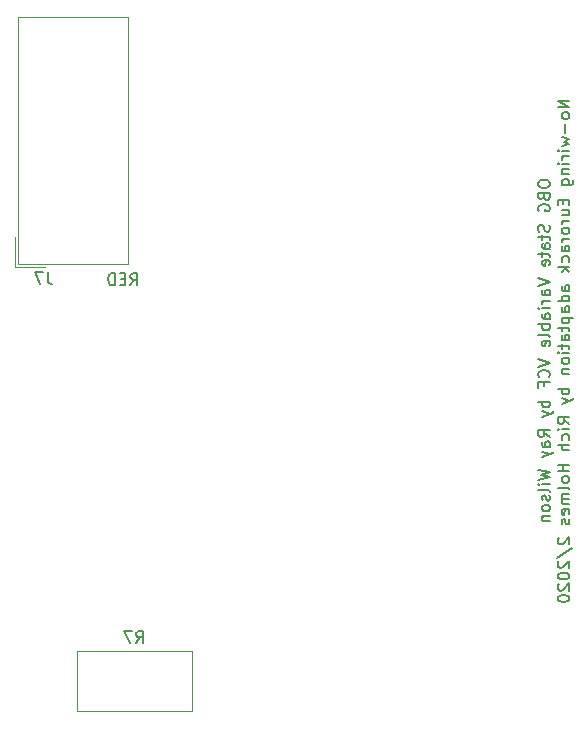
<source format=gbr>
G04 #@! TF.GenerationSoftware,KiCad,Pcbnew,5.1.5-52549c5~84~ubuntu18.04.1*
G04 #@! TF.CreationDate,2020-03-18T19:12:43-04:00*
G04 #@! TF.ProjectId,OBG-SVF-mainpcb,4f42472d-5356-4462-9d6d-61696e706362,rev?*
G04 #@! TF.SameCoordinates,Original*
G04 #@! TF.FileFunction,Legend,Bot*
G04 #@! TF.FilePolarity,Positive*
%FSLAX46Y46*%
G04 Gerber Fmt 4.6, Leading zero omitted, Abs format (unit mm)*
G04 Created by KiCad (PCBNEW 5.1.5-52549c5~84~ubuntu18.04.1) date 2020-03-18 19:12:43*
%MOMM*%
%LPD*%
G04 APERTURE LIST*
%ADD10C,0.150000*%
%ADD11C,0.120000*%
G04 APERTURE END LIST*
D10*
X162457380Y-56881904D02*
X162457380Y-57072380D01*
X162505000Y-57167619D01*
X162600238Y-57262857D01*
X162790714Y-57310476D01*
X163124047Y-57310476D01*
X163314523Y-57262857D01*
X163409761Y-57167619D01*
X163457380Y-57072380D01*
X163457380Y-56881904D01*
X163409761Y-56786666D01*
X163314523Y-56691428D01*
X163124047Y-56643809D01*
X162790714Y-56643809D01*
X162600238Y-56691428D01*
X162505000Y-56786666D01*
X162457380Y-56881904D01*
X162933571Y-58072380D02*
X162981190Y-58215238D01*
X163028809Y-58262857D01*
X163124047Y-58310476D01*
X163266904Y-58310476D01*
X163362142Y-58262857D01*
X163409761Y-58215238D01*
X163457380Y-58120000D01*
X163457380Y-57739047D01*
X162457380Y-57739047D01*
X162457380Y-58072380D01*
X162505000Y-58167619D01*
X162552619Y-58215238D01*
X162647857Y-58262857D01*
X162743095Y-58262857D01*
X162838333Y-58215238D01*
X162885952Y-58167619D01*
X162933571Y-58072380D01*
X162933571Y-57739047D01*
X162505000Y-59262857D02*
X162457380Y-59167619D01*
X162457380Y-59024761D01*
X162505000Y-58881904D01*
X162600238Y-58786666D01*
X162695476Y-58739047D01*
X162885952Y-58691428D01*
X163028809Y-58691428D01*
X163219285Y-58739047D01*
X163314523Y-58786666D01*
X163409761Y-58881904D01*
X163457380Y-59024761D01*
X163457380Y-59120000D01*
X163409761Y-59262857D01*
X163362142Y-59310476D01*
X163028809Y-59310476D01*
X163028809Y-59120000D01*
X163409761Y-60453333D02*
X163457380Y-60596190D01*
X163457380Y-60834285D01*
X163409761Y-60929523D01*
X163362142Y-60977142D01*
X163266904Y-61024761D01*
X163171666Y-61024761D01*
X163076428Y-60977142D01*
X163028809Y-60929523D01*
X162981190Y-60834285D01*
X162933571Y-60643809D01*
X162885952Y-60548571D01*
X162838333Y-60500952D01*
X162743095Y-60453333D01*
X162647857Y-60453333D01*
X162552619Y-60500952D01*
X162505000Y-60548571D01*
X162457380Y-60643809D01*
X162457380Y-60881904D01*
X162505000Y-61024761D01*
X162790714Y-61310476D02*
X162790714Y-61691428D01*
X162457380Y-61453333D02*
X163314523Y-61453333D01*
X163409761Y-61500952D01*
X163457380Y-61596190D01*
X163457380Y-61691428D01*
X163457380Y-62453333D02*
X162933571Y-62453333D01*
X162838333Y-62405714D01*
X162790714Y-62310476D01*
X162790714Y-62120000D01*
X162838333Y-62024761D01*
X163409761Y-62453333D02*
X163457380Y-62358095D01*
X163457380Y-62120000D01*
X163409761Y-62024761D01*
X163314523Y-61977142D01*
X163219285Y-61977142D01*
X163124047Y-62024761D01*
X163076428Y-62120000D01*
X163076428Y-62358095D01*
X163028809Y-62453333D01*
X162790714Y-62786666D02*
X162790714Y-63167619D01*
X162457380Y-62929523D02*
X163314523Y-62929523D01*
X163409761Y-62977142D01*
X163457380Y-63072380D01*
X163457380Y-63167619D01*
X163409761Y-63881904D02*
X163457380Y-63786666D01*
X163457380Y-63596190D01*
X163409761Y-63500952D01*
X163314523Y-63453333D01*
X162933571Y-63453333D01*
X162838333Y-63500952D01*
X162790714Y-63596190D01*
X162790714Y-63786666D01*
X162838333Y-63881904D01*
X162933571Y-63929523D01*
X163028809Y-63929523D01*
X163124047Y-63453333D01*
X162457380Y-64977142D02*
X163457380Y-65310476D01*
X162457380Y-65643809D01*
X163457380Y-66405714D02*
X162933571Y-66405714D01*
X162838333Y-66358095D01*
X162790714Y-66262857D01*
X162790714Y-66072380D01*
X162838333Y-65977142D01*
X163409761Y-66405714D02*
X163457380Y-66310476D01*
X163457380Y-66072380D01*
X163409761Y-65977142D01*
X163314523Y-65929523D01*
X163219285Y-65929523D01*
X163124047Y-65977142D01*
X163076428Y-66072380D01*
X163076428Y-66310476D01*
X163028809Y-66405714D01*
X163457380Y-66881904D02*
X162790714Y-66881904D01*
X162981190Y-66881904D02*
X162885952Y-66929523D01*
X162838333Y-66977142D01*
X162790714Y-67072380D01*
X162790714Y-67167619D01*
X163457380Y-67500952D02*
X162790714Y-67500952D01*
X162457380Y-67500952D02*
X162505000Y-67453333D01*
X162552619Y-67500952D01*
X162505000Y-67548571D01*
X162457380Y-67500952D01*
X162552619Y-67500952D01*
X163457380Y-68405714D02*
X162933571Y-68405714D01*
X162838333Y-68358095D01*
X162790714Y-68262857D01*
X162790714Y-68072380D01*
X162838333Y-67977142D01*
X163409761Y-68405714D02*
X163457380Y-68310476D01*
X163457380Y-68072380D01*
X163409761Y-67977142D01*
X163314523Y-67929523D01*
X163219285Y-67929523D01*
X163124047Y-67977142D01*
X163076428Y-68072380D01*
X163076428Y-68310476D01*
X163028809Y-68405714D01*
X163457380Y-68881904D02*
X162457380Y-68881904D01*
X162838333Y-68881904D02*
X162790714Y-68977142D01*
X162790714Y-69167619D01*
X162838333Y-69262857D01*
X162885952Y-69310476D01*
X162981190Y-69358095D01*
X163266904Y-69358095D01*
X163362142Y-69310476D01*
X163409761Y-69262857D01*
X163457380Y-69167619D01*
X163457380Y-68977142D01*
X163409761Y-68881904D01*
X163457380Y-69929523D02*
X163409761Y-69834285D01*
X163314523Y-69786666D01*
X162457380Y-69786666D01*
X163409761Y-70691428D02*
X163457380Y-70596190D01*
X163457380Y-70405714D01*
X163409761Y-70310476D01*
X163314523Y-70262857D01*
X162933571Y-70262857D01*
X162838333Y-70310476D01*
X162790714Y-70405714D01*
X162790714Y-70596190D01*
X162838333Y-70691428D01*
X162933571Y-70739047D01*
X163028809Y-70739047D01*
X163124047Y-70262857D01*
X162457380Y-71786666D02*
X163457380Y-72119999D01*
X162457380Y-72453333D01*
X163362142Y-73358095D02*
X163409761Y-73310476D01*
X163457380Y-73167619D01*
X163457380Y-73072380D01*
X163409761Y-72929523D01*
X163314523Y-72834285D01*
X163219285Y-72786666D01*
X163028809Y-72739047D01*
X162885952Y-72739047D01*
X162695476Y-72786666D01*
X162600238Y-72834285D01*
X162505000Y-72929523D01*
X162457380Y-73072380D01*
X162457380Y-73167619D01*
X162505000Y-73310476D01*
X162552619Y-73358095D01*
X162933571Y-74119999D02*
X162933571Y-73786666D01*
X163457380Y-73786666D02*
X162457380Y-73786666D01*
X162457380Y-74262857D01*
X163457380Y-75405714D02*
X162457380Y-75405714D01*
X162838333Y-75405714D02*
X162790714Y-75500952D01*
X162790714Y-75691428D01*
X162838333Y-75786666D01*
X162885952Y-75834285D01*
X162981190Y-75881904D01*
X163266904Y-75881904D01*
X163362142Y-75834285D01*
X163409761Y-75786666D01*
X163457380Y-75691428D01*
X163457380Y-75500952D01*
X163409761Y-75405714D01*
X162790714Y-76215238D02*
X163457380Y-76453333D01*
X162790714Y-76691428D02*
X163457380Y-76453333D01*
X163695476Y-76358095D01*
X163743095Y-76310476D01*
X163790714Y-76215238D01*
X163457380Y-78405714D02*
X162981190Y-78072380D01*
X163457380Y-77834285D02*
X162457380Y-77834285D01*
X162457380Y-78215238D01*
X162505000Y-78310476D01*
X162552619Y-78358095D01*
X162647857Y-78405714D01*
X162790714Y-78405714D01*
X162885952Y-78358095D01*
X162933571Y-78310476D01*
X162981190Y-78215238D01*
X162981190Y-77834285D01*
X163457380Y-79262857D02*
X162933571Y-79262857D01*
X162838333Y-79215238D01*
X162790714Y-79119999D01*
X162790714Y-78929523D01*
X162838333Y-78834285D01*
X163409761Y-79262857D02*
X163457380Y-79167619D01*
X163457380Y-78929523D01*
X163409761Y-78834285D01*
X163314523Y-78786666D01*
X163219285Y-78786666D01*
X163124047Y-78834285D01*
X163076428Y-78929523D01*
X163076428Y-79167619D01*
X163028809Y-79262857D01*
X162790714Y-79643809D02*
X163457380Y-79881904D01*
X162790714Y-80119999D02*
X163457380Y-79881904D01*
X163695476Y-79786666D01*
X163743095Y-79739047D01*
X163790714Y-79643809D01*
X162457380Y-81167619D02*
X163457380Y-81405714D01*
X162743095Y-81596190D01*
X163457380Y-81786666D01*
X162457380Y-82024761D01*
X163457380Y-82405714D02*
X162790714Y-82405714D01*
X162457380Y-82405714D02*
X162505000Y-82358095D01*
X162552619Y-82405714D01*
X162505000Y-82453333D01*
X162457380Y-82405714D01*
X162552619Y-82405714D01*
X163457380Y-83024761D02*
X163409761Y-82929523D01*
X163314523Y-82881904D01*
X162457380Y-82881904D01*
X163409761Y-83358095D02*
X163457380Y-83453333D01*
X163457380Y-83643809D01*
X163409761Y-83739047D01*
X163314523Y-83786666D01*
X163266904Y-83786666D01*
X163171666Y-83739047D01*
X163124047Y-83643809D01*
X163124047Y-83500952D01*
X163076428Y-83405714D01*
X162981190Y-83358095D01*
X162933571Y-83358095D01*
X162838333Y-83405714D01*
X162790714Y-83500952D01*
X162790714Y-83643809D01*
X162838333Y-83739047D01*
X163457380Y-84358095D02*
X163409761Y-84262857D01*
X163362142Y-84215238D01*
X163266904Y-84167619D01*
X162981190Y-84167619D01*
X162885952Y-84215238D01*
X162838333Y-84262857D01*
X162790714Y-84358095D01*
X162790714Y-84500952D01*
X162838333Y-84596190D01*
X162885952Y-84643809D01*
X162981190Y-84691428D01*
X163266904Y-84691428D01*
X163362142Y-84643809D01*
X163409761Y-84596190D01*
X163457380Y-84500952D01*
X163457380Y-84358095D01*
X162790714Y-85119999D02*
X163457380Y-85119999D01*
X162885952Y-85119999D02*
X162838333Y-85167619D01*
X162790714Y-85262857D01*
X162790714Y-85405714D01*
X162838333Y-85500952D01*
X162933571Y-85548571D01*
X163457380Y-85548571D01*
X165107380Y-49929523D02*
X164107380Y-49929523D01*
X165107380Y-50500952D01*
X164107380Y-50500952D01*
X165107380Y-51120000D02*
X165059761Y-51024761D01*
X165012142Y-50977142D01*
X164916904Y-50929523D01*
X164631190Y-50929523D01*
X164535952Y-50977142D01*
X164488333Y-51024761D01*
X164440714Y-51120000D01*
X164440714Y-51262857D01*
X164488333Y-51358095D01*
X164535952Y-51405714D01*
X164631190Y-51453333D01*
X164916904Y-51453333D01*
X165012142Y-51405714D01*
X165059761Y-51358095D01*
X165107380Y-51262857D01*
X165107380Y-51120000D01*
X164726428Y-51881904D02*
X164726428Y-52643809D01*
X164440714Y-53024761D02*
X165107380Y-53215238D01*
X164631190Y-53405714D01*
X165107380Y-53596190D01*
X164440714Y-53786666D01*
X165107380Y-54167619D02*
X164440714Y-54167619D01*
X164107380Y-54167619D02*
X164155000Y-54120000D01*
X164202619Y-54167619D01*
X164155000Y-54215238D01*
X164107380Y-54167619D01*
X164202619Y-54167619D01*
X165107380Y-54643809D02*
X164440714Y-54643809D01*
X164631190Y-54643809D02*
X164535952Y-54691428D01*
X164488333Y-54739047D01*
X164440714Y-54834285D01*
X164440714Y-54929523D01*
X165107380Y-55262857D02*
X164440714Y-55262857D01*
X164107380Y-55262857D02*
X164155000Y-55215238D01*
X164202619Y-55262857D01*
X164155000Y-55310476D01*
X164107380Y-55262857D01*
X164202619Y-55262857D01*
X164440714Y-55739047D02*
X165107380Y-55739047D01*
X164535952Y-55739047D02*
X164488333Y-55786666D01*
X164440714Y-55881904D01*
X164440714Y-56024761D01*
X164488333Y-56120000D01*
X164583571Y-56167619D01*
X165107380Y-56167619D01*
X164440714Y-57072380D02*
X165250238Y-57072380D01*
X165345476Y-57024761D01*
X165393095Y-56977142D01*
X165440714Y-56881904D01*
X165440714Y-56739047D01*
X165393095Y-56643809D01*
X165059761Y-57072380D02*
X165107380Y-56977142D01*
X165107380Y-56786666D01*
X165059761Y-56691428D01*
X165012142Y-56643809D01*
X164916904Y-56596190D01*
X164631190Y-56596190D01*
X164535952Y-56643809D01*
X164488333Y-56691428D01*
X164440714Y-56786666D01*
X164440714Y-56977142D01*
X164488333Y-57072380D01*
X164583571Y-58310476D02*
X164583571Y-58643809D01*
X165107380Y-58786666D02*
X165107380Y-58310476D01*
X164107380Y-58310476D01*
X164107380Y-58786666D01*
X164440714Y-59643809D02*
X165107380Y-59643809D01*
X164440714Y-59215238D02*
X164964523Y-59215238D01*
X165059761Y-59262857D01*
X165107380Y-59358095D01*
X165107380Y-59500952D01*
X165059761Y-59596190D01*
X165012142Y-59643809D01*
X165107380Y-60120000D02*
X164440714Y-60120000D01*
X164631190Y-60120000D02*
X164535952Y-60167619D01*
X164488333Y-60215238D01*
X164440714Y-60310476D01*
X164440714Y-60405714D01*
X165107380Y-60881904D02*
X165059761Y-60786666D01*
X165012142Y-60739047D01*
X164916904Y-60691428D01*
X164631190Y-60691428D01*
X164535952Y-60739047D01*
X164488333Y-60786666D01*
X164440714Y-60881904D01*
X164440714Y-61024761D01*
X164488333Y-61120000D01*
X164535952Y-61167619D01*
X164631190Y-61215238D01*
X164916904Y-61215238D01*
X165012142Y-61167619D01*
X165059761Y-61120000D01*
X165107380Y-61024761D01*
X165107380Y-60881904D01*
X165107380Y-61643809D02*
X164440714Y-61643809D01*
X164631190Y-61643809D02*
X164535952Y-61691428D01*
X164488333Y-61739047D01*
X164440714Y-61834285D01*
X164440714Y-61929523D01*
X165107380Y-62691428D02*
X164583571Y-62691428D01*
X164488333Y-62643809D01*
X164440714Y-62548571D01*
X164440714Y-62358095D01*
X164488333Y-62262857D01*
X165059761Y-62691428D02*
X165107380Y-62596190D01*
X165107380Y-62358095D01*
X165059761Y-62262857D01*
X164964523Y-62215238D01*
X164869285Y-62215238D01*
X164774047Y-62262857D01*
X164726428Y-62358095D01*
X164726428Y-62596190D01*
X164678809Y-62691428D01*
X165059761Y-63596190D02*
X165107380Y-63500952D01*
X165107380Y-63310476D01*
X165059761Y-63215238D01*
X165012142Y-63167619D01*
X164916904Y-63120000D01*
X164631190Y-63120000D01*
X164535952Y-63167619D01*
X164488333Y-63215238D01*
X164440714Y-63310476D01*
X164440714Y-63500952D01*
X164488333Y-63596190D01*
X165107380Y-64024761D02*
X164107380Y-64024761D01*
X164726428Y-64120000D02*
X165107380Y-64405714D01*
X164440714Y-64405714D02*
X164821666Y-64024761D01*
X165107380Y-66024761D02*
X164583571Y-66024761D01*
X164488333Y-65977142D01*
X164440714Y-65881904D01*
X164440714Y-65691428D01*
X164488333Y-65596190D01*
X165059761Y-66024761D02*
X165107380Y-65929523D01*
X165107380Y-65691428D01*
X165059761Y-65596190D01*
X164964523Y-65548571D01*
X164869285Y-65548571D01*
X164774047Y-65596190D01*
X164726428Y-65691428D01*
X164726428Y-65929523D01*
X164678809Y-66024761D01*
X165107380Y-66929523D02*
X164107380Y-66929523D01*
X165059761Y-66929523D02*
X165107380Y-66834285D01*
X165107380Y-66643809D01*
X165059761Y-66548571D01*
X165012142Y-66500952D01*
X164916904Y-66453333D01*
X164631190Y-66453333D01*
X164535952Y-66500952D01*
X164488333Y-66548571D01*
X164440714Y-66643809D01*
X164440714Y-66834285D01*
X164488333Y-66929523D01*
X165107380Y-67834285D02*
X164583571Y-67834285D01*
X164488333Y-67786666D01*
X164440714Y-67691428D01*
X164440714Y-67500952D01*
X164488333Y-67405714D01*
X165059761Y-67834285D02*
X165107380Y-67739047D01*
X165107380Y-67500952D01*
X165059761Y-67405714D01*
X164964523Y-67358095D01*
X164869285Y-67358095D01*
X164774047Y-67405714D01*
X164726428Y-67500952D01*
X164726428Y-67739047D01*
X164678809Y-67834285D01*
X164440714Y-68310476D02*
X165440714Y-68310476D01*
X164488333Y-68310476D02*
X164440714Y-68405714D01*
X164440714Y-68596190D01*
X164488333Y-68691428D01*
X164535952Y-68739047D01*
X164631190Y-68786666D01*
X164916904Y-68786666D01*
X165012142Y-68739047D01*
X165059761Y-68691428D01*
X165107380Y-68596190D01*
X165107380Y-68405714D01*
X165059761Y-68310476D01*
X164440714Y-69072380D02*
X164440714Y-69453333D01*
X164107380Y-69215238D02*
X164964523Y-69215238D01*
X165059761Y-69262857D01*
X165107380Y-69358095D01*
X165107380Y-69453333D01*
X165107380Y-70215238D02*
X164583571Y-70215238D01*
X164488333Y-70167619D01*
X164440714Y-70072380D01*
X164440714Y-69881904D01*
X164488333Y-69786666D01*
X165059761Y-70215238D02*
X165107380Y-70120000D01*
X165107380Y-69881904D01*
X165059761Y-69786666D01*
X164964523Y-69739047D01*
X164869285Y-69739047D01*
X164774047Y-69786666D01*
X164726428Y-69881904D01*
X164726428Y-70120000D01*
X164678809Y-70215238D01*
X164440714Y-70548571D02*
X164440714Y-70929523D01*
X164107380Y-70691428D02*
X164964523Y-70691428D01*
X165059761Y-70739047D01*
X165107380Y-70834285D01*
X165107380Y-70929523D01*
X165107380Y-71262857D02*
X164440714Y-71262857D01*
X164107380Y-71262857D02*
X164155000Y-71215238D01*
X164202619Y-71262857D01*
X164155000Y-71310476D01*
X164107380Y-71262857D01*
X164202619Y-71262857D01*
X165107380Y-71881904D02*
X165059761Y-71786666D01*
X165012142Y-71739047D01*
X164916904Y-71691428D01*
X164631190Y-71691428D01*
X164535952Y-71739047D01*
X164488333Y-71786666D01*
X164440714Y-71881904D01*
X164440714Y-72024761D01*
X164488333Y-72120000D01*
X164535952Y-72167619D01*
X164631190Y-72215238D01*
X164916904Y-72215238D01*
X165012142Y-72167619D01*
X165059761Y-72120000D01*
X165107380Y-72024761D01*
X165107380Y-71881904D01*
X164440714Y-72643809D02*
X165107380Y-72643809D01*
X164535952Y-72643809D02*
X164488333Y-72691428D01*
X164440714Y-72786666D01*
X164440714Y-72929523D01*
X164488333Y-73024761D01*
X164583571Y-73072380D01*
X165107380Y-73072380D01*
X165107380Y-74310476D02*
X164107380Y-74310476D01*
X164488333Y-74310476D02*
X164440714Y-74405714D01*
X164440714Y-74596190D01*
X164488333Y-74691428D01*
X164535952Y-74739047D01*
X164631190Y-74786666D01*
X164916904Y-74786666D01*
X165012142Y-74739047D01*
X165059761Y-74691428D01*
X165107380Y-74596190D01*
X165107380Y-74405714D01*
X165059761Y-74310476D01*
X164440714Y-75120000D02*
X165107380Y-75358095D01*
X164440714Y-75596190D02*
X165107380Y-75358095D01*
X165345476Y-75262857D01*
X165393095Y-75215238D01*
X165440714Y-75120000D01*
X165107380Y-77310476D02*
X164631190Y-76977142D01*
X165107380Y-76739047D02*
X164107380Y-76739047D01*
X164107380Y-77120000D01*
X164155000Y-77215238D01*
X164202619Y-77262857D01*
X164297857Y-77310476D01*
X164440714Y-77310476D01*
X164535952Y-77262857D01*
X164583571Y-77215238D01*
X164631190Y-77120000D01*
X164631190Y-76739047D01*
X165107380Y-77739047D02*
X164440714Y-77739047D01*
X164107380Y-77739047D02*
X164155000Y-77691428D01*
X164202619Y-77739047D01*
X164155000Y-77786666D01*
X164107380Y-77739047D01*
X164202619Y-77739047D01*
X165059761Y-78643809D02*
X165107380Y-78548571D01*
X165107380Y-78358095D01*
X165059761Y-78262857D01*
X165012142Y-78215238D01*
X164916904Y-78167619D01*
X164631190Y-78167619D01*
X164535952Y-78215238D01*
X164488333Y-78262857D01*
X164440714Y-78358095D01*
X164440714Y-78548571D01*
X164488333Y-78643809D01*
X165107380Y-79072380D02*
X164107380Y-79072380D01*
X165107380Y-79500952D02*
X164583571Y-79500952D01*
X164488333Y-79453333D01*
X164440714Y-79358095D01*
X164440714Y-79215238D01*
X164488333Y-79120000D01*
X164535952Y-79072380D01*
X165107380Y-80739047D02*
X164107380Y-80739047D01*
X164583571Y-80739047D02*
X164583571Y-81310476D01*
X165107380Y-81310476D02*
X164107380Y-81310476D01*
X165107380Y-81929523D02*
X165059761Y-81834285D01*
X165012142Y-81786666D01*
X164916904Y-81739047D01*
X164631190Y-81739047D01*
X164535952Y-81786666D01*
X164488333Y-81834285D01*
X164440714Y-81929523D01*
X164440714Y-82072380D01*
X164488333Y-82167619D01*
X164535952Y-82215238D01*
X164631190Y-82262857D01*
X164916904Y-82262857D01*
X165012142Y-82215238D01*
X165059761Y-82167619D01*
X165107380Y-82072380D01*
X165107380Y-81929523D01*
X165107380Y-82834285D02*
X165059761Y-82739047D01*
X164964523Y-82691428D01*
X164107380Y-82691428D01*
X165107380Y-83215238D02*
X164440714Y-83215238D01*
X164535952Y-83215238D02*
X164488333Y-83262857D01*
X164440714Y-83358095D01*
X164440714Y-83500952D01*
X164488333Y-83596190D01*
X164583571Y-83643809D01*
X165107380Y-83643809D01*
X164583571Y-83643809D02*
X164488333Y-83691428D01*
X164440714Y-83786666D01*
X164440714Y-83929523D01*
X164488333Y-84024761D01*
X164583571Y-84072380D01*
X165107380Y-84072380D01*
X165059761Y-84929523D02*
X165107380Y-84834285D01*
X165107380Y-84643809D01*
X165059761Y-84548571D01*
X164964523Y-84500952D01*
X164583571Y-84500952D01*
X164488333Y-84548571D01*
X164440714Y-84643809D01*
X164440714Y-84834285D01*
X164488333Y-84929523D01*
X164583571Y-84977142D01*
X164678809Y-84977142D01*
X164774047Y-84500952D01*
X165059761Y-85358095D02*
X165107380Y-85453333D01*
X165107380Y-85643809D01*
X165059761Y-85739047D01*
X164964523Y-85786666D01*
X164916904Y-85786666D01*
X164821666Y-85739047D01*
X164774047Y-85643809D01*
X164774047Y-85500952D01*
X164726428Y-85405714D01*
X164631190Y-85358095D01*
X164583571Y-85358095D01*
X164488333Y-85405714D01*
X164440714Y-85500952D01*
X164440714Y-85643809D01*
X164488333Y-85739047D01*
X164202619Y-86929523D02*
X164155000Y-86977142D01*
X164107380Y-87072380D01*
X164107380Y-87310476D01*
X164155000Y-87405714D01*
X164202619Y-87453333D01*
X164297857Y-87500952D01*
X164393095Y-87500952D01*
X164535952Y-87453333D01*
X165107380Y-86881904D01*
X165107380Y-87500952D01*
X164059761Y-88643809D02*
X165345476Y-87786666D01*
X164202619Y-88929523D02*
X164155000Y-88977142D01*
X164107380Y-89072380D01*
X164107380Y-89310476D01*
X164155000Y-89405714D01*
X164202619Y-89453333D01*
X164297857Y-89500952D01*
X164393095Y-89500952D01*
X164535952Y-89453333D01*
X165107380Y-88881904D01*
X165107380Y-89500952D01*
X164107380Y-90120000D02*
X164107380Y-90215238D01*
X164155000Y-90310476D01*
X164202619Y-90358095D01*
X164297857Y-90405714D01*
X164488333Y-90453333D01*
X164726428Y-90453333D01*
X164916904Y-90405714D01*
X165012142Y-90358095D01*
X165059761Y-90310476D01*
X165107380Y-90215238D01*
X165107380Y-90120000D01*
X165059761Y-90024761D01*
X165012142Y-89977142D01*
X164916904Y-89929523D01*
X164726428Y-89881904D01*
X164488333Y-89881904D01*
X164297857Y-89929523D01*
X164202619Y-89977142D01*
X164155000Y-90024761D01*
X164107380Y-90120000D01*
X164202619Y-90834285D02*
X164155000Y-90881904D01*
X164107380Y-90977142D01*
X164107380Y-91215238D01*
X164155000Y-91310476D01*
X164202619Y-91358095D01*
X164297857Y-91405714D01*
X164393095Y-91405714D01*
X164535952Y-91358095D01*
X165107380Y-90786666D01*
X165107380Y-91405714D01*
X164107380Y-92024761D02*
X164107380Y-92120000D01*
X164155000Y-92215238D01*
X164202619Y-92262857D01*
X164297857Y-92310476D01*
X164488333Y-92358095D01*
X164726428Y-92358095D01*
X164916904Y-92310476D01*
X165012142Y-92262857D01*
X165059761Y-92215238D01*
X165107380Y-92120000D01*
X165107380Y-92024761D01*
X165059761Y-91929523D01*
X165012142Y-91881904D01*
X164916904Y-91834285D01*
X164726428Y-91786666D01*
X164488333Y-91786666D01*
X164297857Y-91834285D01*
X164202619Y-91881904D01*
X164155000Y-91929523D01*
X164107380Y-92024761D01*
D11*
X118145000Y-64000000D02*
X120685000Y-64000000D01*
X118145000Y-64000000D02*
X118145000Y-61460000D01*
X118395000Y-63750000D02*
X127745000Y-63750000D01*
X118395000Y-42890000D02*
X118395000Y-63750000D01*
X127745000Y-42890000D02*
X118395000Y-42890000D01*
X127745000Y-63750000D02*
X127745000Y-42890000D01*
X123385000Y-96530000D02*
X123385000Y-101600000D01*
X133155000Y-96530000D02*
X133155000Y-101600000D01*
X133155000Y-101600000D02*
X123385000Y-101600000D01*
X133155000Y-96530000D02*
X123385000Y-96530000D01*
D10*
X120933333Y-64452380D02*
X120933333Y-65166666D01*
X120980952Y-65309523D01*
X121076190Y-65404761D01*
X121219047Y-65452380D01*
X121314285Y-65452380D01*
X120552380Y-64452380D02*
X119885714Y-64452380D01*
X120314285Y-65452380D01*
X127942857Y-65552380D02*
X128276190Y-65076190D01*
X128514285Y-65552380D02*
X128514285Y-64552380D01*
X128133333Y-64552380D01*
X128038095Y-64600000D01*
X127990476Y-64647619D01*
X127942857Y-64742857D01*
X127942857Y-64885714D01*
X127990476Y-64980952D01*
X128038095Y-65028571D01*
X128133333Y-65076190D01*
X128514285Y-65076190D01*
X127514285Y-65028571D02*
X127180952Y-65028571D01*
X127038095Y-65552380D02*
X127514285Y-65552380D01*
X127514285Y-64552380D01*
X127038095Y-64552380D01*
X126609523Y-65552380D02*
X126609523Y-64552380D01*
X126371428Y-64552380D01*
X126228571Y-64600000D01*
X126133333Y-64695238D01*
X126085714Y-64790476D01*
X126038095Y-64980952D01*
X126038095Y-65123809D01*
X126085714Y-65314285D01*
X126133333Y-65409523D01*
X126228571Y-65504761D01*
X126371428Y-65552380D01*
X126609523Y-65552380D01*
X128436666Y-95852380D02*
X128770000Y-95376190D01*
X129008095Y-95852380D02*
X129008095Y-94852380D01*
X128627142Y-94852380D01*
X128531904Y-94900000D01*
X128484285Y-94947619D01*
X128436666Y-95042857D01*
X128436666Y-95185714D01*
X128484285Y-95280952D01*
X128531904Y-95328571D01*
X128627142Y-95376190D01*
X129008095Y-95376190D01*
X128103333Y-94852380D02*
X127436666Y-94852380D01*
X127865238Y-95852380D01*
M02*

</source>
